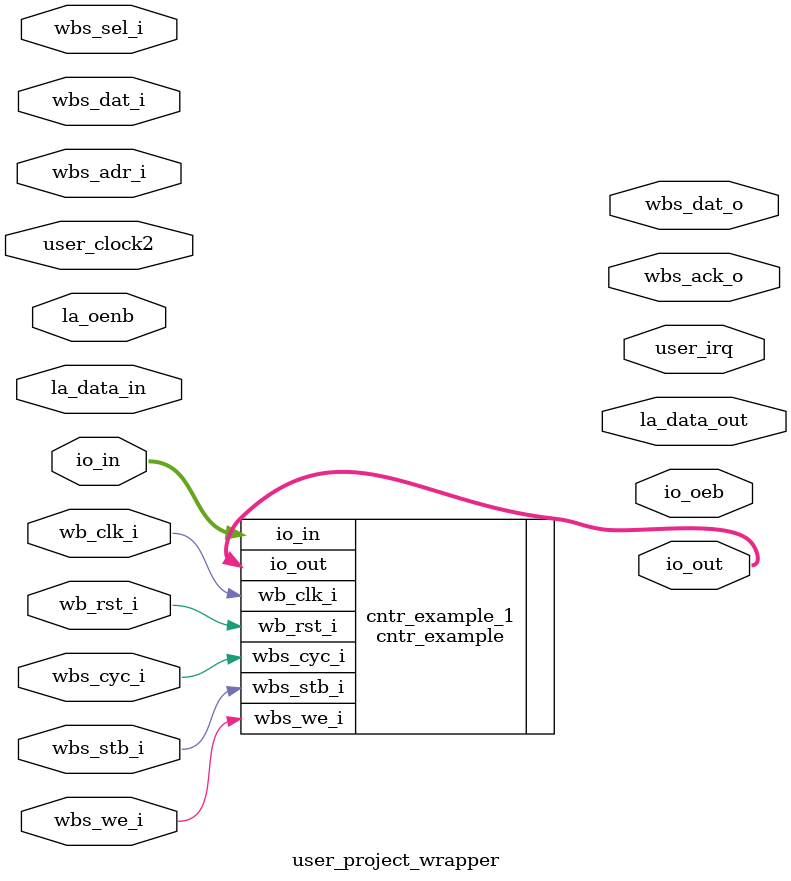
<source format=v>
/* Generated by Yosys 0.22 (git sha1 f109fa3d4c5, gcc 8.3.1 -fPIC -Os) */

module user_project_wrapper(wb_clk_i, wb_rst_i, wbs_stb_i, wbs_cyc_i, wbs_we_i, wbs_sel_i, wbs_dat_i, wbs_adr_i, wbs_ack_o, wbs_dat_o, la_data_in, la_data_out, la_oenb, io_in, io_out, io_oeb, user_clock2, user_irq);
  input [37:0] io_in;
  wire [37:0] io_in;
  output [37:0] io_oeb;
  wire [37:0] io_oeb;
  output [37:0] io_out;
  wire [37:0] io_out;
  input [63:0] la_data_in;
  wire [63:0] la_data_in;
  output [63:0] la_data_out;
  wire [63:0] la_data_out;
  input [63:0] la_oenb;
  wire [63:0] la_oenb;
  input user_clock2;
  wire user_clock2;
  output [2:0] user_irq;
  wire [2:0] user_irq;
  input wb_clk_i;
  wire wb_clk_i;
  input wb_rst_i;
  wire wb_rst_i;
  output wbs_ack_o;
  wire wbs_ack_o;
  input [31:0] wbs_adr_i;
  wire [31:0] wbs_adr_i;
  input wbs_cyc_i;
  wire wbs_cyc_i;
  input [31:0] wbs_dat_i;
  wire [31:0] wbs_dat_i;
  output [31:0] wbs_dat_o;
  wire [31:0] wbs_dat_o;
  input [3:0] wbs_sel_i;
  wire [3:0] wbs_sel_i;
  input wbs_stb_i;
  wire wbs_stb_i;
  input wbs_we_i;
  wire wbs_we_i;
  cntr_example cntr_example_1 (
    .io_in(io_in),
    .io_out(io_out),
    .wb_clk_i(wb_clk_i),
    .wb_rst_i(wb_rst_i),
    .wbs_cyc_i(wbs_cyc_i),
    .wbs_stb_i(wbs_stb_i),
    .wbs_we_i(wbs_we_i)
  );
endmodule

</source>
